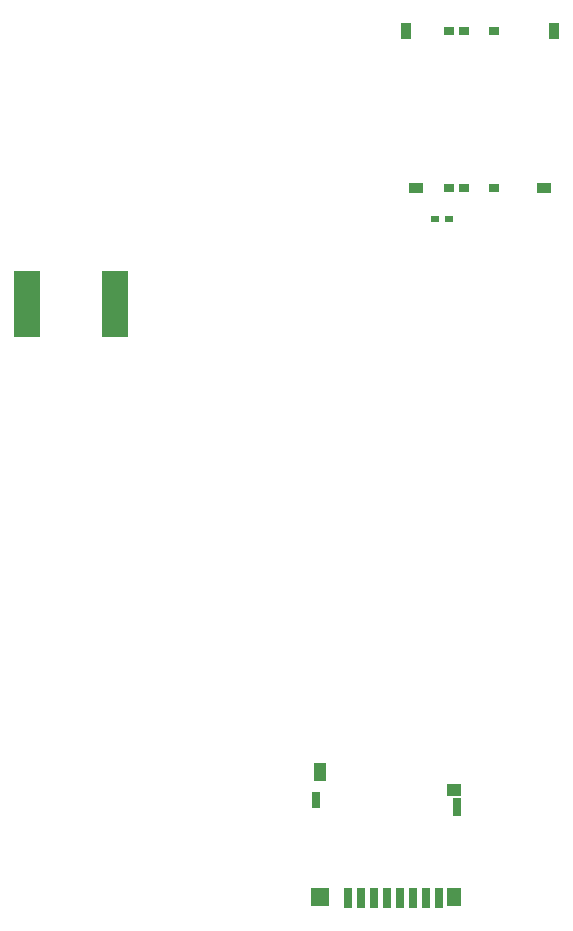
<source format=gbp>
G04*
G04 #@! TF.GenerationSoftware,Altium Limited,Altium Designer,18.1.9 (240)*
G04*
G04 Layer_Color=128*
%FSLAX44Y44*%
%MOMM*%
G71*
G01*
G75*
%ADD24R,0.8000X0.6000*%
%ADD146R,1.5000X1.5000*%
%ADD150R,2.3000X5.6000*%
%ADD151R,0.9000X0.8000*%
%ADD152R,1.2000X0.9500*%
%ADD153R,0.9500X1.4000*%
%ADD154R,1.3000X1.5000*%
%ADD155R,1.3000X1.0000*%
%ADD156R,0.8000X1.5000*%
%ADD157R,0.7000X1.7500*%
%ADD158R,0.8000X1.4000*%
%ADD159R,1.0000X1.5500*%
D24*
X408000Y621300D02*
D03*
X396000D02*
D03*
D146*
X298500Y47250D02*
D03*
D150*
X51000Y549000D02*
D03*
X125000D02*
D03*
D151*
X408301Y647749D02*
D03*
X420701D02*
D03*
X446101D02*
D03*
X408301Y780849D02*
D03*
X420701D02*
D03*
X446101D02*
D03*
D152*
X379751Y647749D02*
D03*
X488251D02*
D03*
D153*
X371401Y780849D02*
D03*
X496601D02*
D03*
D154*
X412000Y47250D02*
D03*
D155*
X412150Y138250D02*
D03*
D156*
X414750Y123250D02*
D03*
D157*
X400000Y46000D02*
D03*
X389000D02*
D03*
X378000D02*
D03*
X367000D02*
D03*
X356000D02*
D03*
X345000D02*
D03*
X334000D02*
D03*
X323000D02*
D03*
D158*
X295310Y129360D02*
D03*
D159*
X299120Y153490D02*
D03*
M02*

</source>
